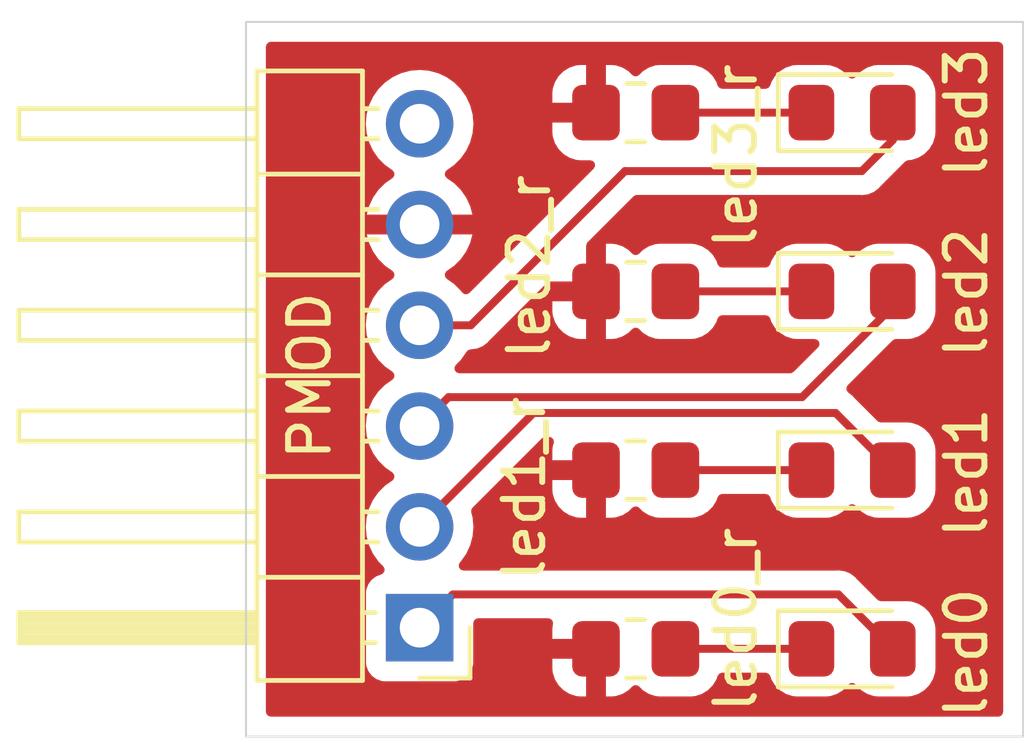
<source format=kicad_pcb>
(kicad_pcb (version 20221018) (generator pcbnew)
  (layers (0 "F.Cu" signal) (31 "B.Cu" signal) (34 "B.Paste" user) (35 "F.Paste" user) (36 "B.SilkS" user "B.Silkscreen") (37 "F.SilkS" user "F.Silkscreen") (38 "B.Mask" user) (39 "F.Mask" user) (44 "Edge.Cuts" user))
  (net 0 "")
  (net 1 "N$3")
  (net 2 "GND")
  (net 3 "N$4")
  (net 4 "N$5")
  (net 5 "N$7")
  (net 6 "N$1")
  (net 7 "VCC3V3")
  (net 8 "N$6")
  (net 9 "N$2")
  (net 10 "N$8")
  (footprint "R_0805_2012Metric_Pad1.20x1.40mm_HandSolder" (layer "F.Cu") (at 96.028 81.136066)
    (fp_text reference "led2_r" (at -2.683 -0.618066 -90) (layer "F.SilkS"))
    (fp_text value "270")
    (fp_line (start -0.227064 -0.735) (end 0.227064 -0.735) (stroke (width 0.12)) (layer "F.SilkS"))
    (fp_line (start -0.227064 0.735) (end 0.227064 0.735) (stroke (width 0.12)) (layer "F.SilkS"))
    (pad "1" smd roundrect (at -1 0) (size 1.2 1.4) (layers "F.Cu" "F.Paste" "F.Mask") (roundrect_rratio 0.208333) (net 2 "GND"))
    (pad "2" smd roundrect (at 1 0) (size 1.2 1.4) (layers "F.Cu" "F.Paste" "F.Mask") (roundrect_rratio 0.208333) (net 4 "N$5"))
  )
  (footprint "LED_0805_2012Metric_Pad1.15x1.40mm_HandSolder" (layer "F.Cu") (at 101.482 85.640332)
    (fp_text reference "led1" (at 2.8792 0.067734 90) (layer "F.SilkS"))
    (fp_text value "LED")
    (fp_line (start -1.86 -0.96) (end -1.86 0.96) (stroke (width 0.12)) (layer "F.SilkS"))
    (fp_line (start -1.86 0.96) (end 1 0.96) (stroke (width 0.12)) (layer "F.SilkS"))
    (fp_line (start 1 -0.96) (end -1.86 -0.96) (stroke (width 0.12)) (layer "F.SilkS"))
    (pad "1" smd roundrect (at -1.025 0) (size 1.15 1.4) (layers "F.Cu" "F.Paste" "F.Mask") (roundrect_rratio 0.217391) (net 1 "N$3"))
    (pad "2" smd roundrect (at 1.025 0) (size 1.15 1.4) (layers "F.Cu" "F.Paste" "F.Mask") (roundrect_rratio 0.217391) (net 3 "N$4"))
  )
  (footprint "LED_0805_2012Metric_Pad1.15x1.40mm_HandSolder" (layer "F.Cu") (at 101.482 90.1446)
    (fp_text reference "led0" (at 2.8792 0.1016 90) (layer "F.SilkS"))
    (fp_text value "LED")
    (fp_line (start -1.86 -0.96) (end -1.86 0.96) (stroke (width 0.12)) (layer "F.SilkS"))
    (fp_line (start -1.86 0.96) (end 1 0.96) (stroke (width 0.12)) (layer "F.SilkS"))
    (fp_line (start 1 -0.96) (end -1.86 -0.96) (stroke (width 0.12)) (layer "F.SilkS"))
    (pad "1" smd roundrect (at -1.025 0) (size 1.15 1.4) (layers "F.Cu" "F.Paste" "F.Mask") (roundrect_rratio 0.217391) (net 6 "N$1"))
    (pad "2" smd roundrect (at 1.025 0) (size 1.15 1.4) (layers "F.Cu" "F.Paste" "F.Mask") (roundrect_rratio 0.217391) (net 9 "N$2"))
  )
  (footprint "LED_0805_2012Metric_Pad1.15x1.40mm_HandSolder" (layer "F.Cu") (at 101.482 76.6318)
    (fp_text reference "led3" (at 2.8792 0 90) (layer "F.SilkS"))
    (fp_text value "LED")
    (fp_line (start -1.86 -0.96) (end -1.86 0.96) (stroke (width 0.12)) (layer "F.SilkS"))
    (fp_line (start -1.86 0.96) (end 1 0.96) (stroke (width 0.12)) (layer "F.SilkS"))
    (fp_line (start 1 -0.96) (end -1.86 -0.96) (stroke (width 0.12)) (layer "F.SilkS"))
    (pad "1" smd roundrect (at -1.025 0) (size 1.15 1.4) (layers "F.Cu" "F.Paste" "F.Mask") (roundrect_rratio 0.217391) (net 5 "N$7"))
    (pad "2" smd roundrect (at 1.025 0) (size 1.15 1.4) (layers "F.Cu" "F.Paste" "F.Mask") (roundrect_rratio 0.217391) (net 10 "N$8"))
  )
  (footprint "R_0805_2012Metric_Pad1.20x1.40mm_HandSolder" (layer "F.Cu") (at 96.028 85.640332)
    (fp_text reference "led1_r" (at -2.81 0.465668 90) (layer "F.SilkS"))
    (fp_text value "270")
    (fp_line (start -0.227064 -0.735) (end 0.227064 -0.735) (stroke (width 0.12)) (layer "F.SilkS"))
    (fp_line (start -0.227064 0.735) (end 0.227064 0.735) (stroke (width 0.12)) (layer "F.SilkS"))
    (pad "1" smd roundrect (at -1 0) (size 1.2 1.4) (layers "F.Cu" "F.Paste" "F.Mask") (roundrect_rratio 0.208333) (net 2 "GND"))
    (pad "2" smd roundrect (at 1 0) (size 1.2 1.4) (layers "F.Cu" "F.Paste" "F.Mask") (roundrect_rratio 0.208333) (net 1 "N$3"))
  )
  (footprint "LED_0805_2012Metric_Pad1.15x1.40mm_HandSolder" (layer "F.Cu") (at 101.482 81.136066)
    (fp_text reference "led2" (at 2.8792 0.033867 90) (layer "F.SilkS"))
    (fp_text value "LED")
    (fp_line (start -1.86 -0.96) (end -1.86 0.96) (stroke (width 0.12)) (layer "F.SilkS"))
    (fp_line (start -1.86 0.96) (end 1 0.96) (stroke (width 0.12)) (layer "F.SilkS"))
    (fp_line (start 1 -0.96) (end -1.86 -0.96) (stroke (width 0.12)) (layer "F.SilkS"))
    (pad "1" smd roundrect (at -1.025 0) (size 1.15 1.4) (layers "F.Cu" "F.Paste" "F.Mask") (roundrect_rratio 0.217391) (net 4 "N$5"))
    (pad "2" smd roundrect (at 1.025 0) (size 1.15 1.4) (layers "F.Cu" "F.Paste" "F.Mask") (roundrect_rratio 0.217391) (net 8 "N$6"))
  )
  (footprint "R_0805_2012Metric_Pad1.20x1.40mm_HandSolder" (layer "F.Cu") (at 96.028 90.1446)
    (fp_text reference "led0_r" (at 2.524 -0.7366 90) (layer "F.SilkS"))
    (fp_text value "270")
    (fp_line (start -0.227064 -0.735) (end 0.227064 -0.735) (stroke (width 0.12)) (layer "F.SilkS"))
    (fp_line (start -0.227064 0.735) (end 0.227064 0.735) (stroke (width 0.12)) (layer "F.SilkS"))
    (pad "1" smd roundrect (at -1 0) (size 1.2 1.4) (layers "F.Cu" "F.Paste" "F.Mask") (roundrect_rratio 0.208333) (net 2 "GND"))
    (pad "2" smd roundrect (at 1 0) (size 1.2 1.4) (layers "F.Cu" "F.Paste" "F.Mask") (roundrect_rratio 0.208333) (net 6 "N$1"))
  )
  (footprint "R_0805_2012Metric_Pad1.20x1.40mm_HandSolder" (layer "F.Cu") (at 96.028 76.6318)
    (fp_text reference "led3_r" (at 2.524 1.0922 90) (layer "F.SilkS"))
    (fp_text value "270")
    (fp_line (start -0.227064 -0.735) (end 0.227064 -0.735) (stroke (width 0.12)) (layer "F.SilkS"))
    (fp_line (start -0.227064 0.735) (end 0.227064 0.735) (stroke (width 0.12)) (layer "F.SilkS"))
    (pad "1" smd roundrect (at -1 0) (size 1.2 1.4) (layers "F.Cu" "F.Paste" "F.Mask") (roundrect_rratio 0.208333) (net 2 "GND"))
    (pad "2" smd roundrect (at 1 0) (size 1.2 1.4) (layers "F.Cu" "F.Paste" "F.Mask") (roundrect_rratio 0.208333) (net 5 "N$7"))
  )
  (footprint "PinHeader_1x06_P2.54mm_Horizontal" (layer "F.Cu") (at 90.5826 89.6112 180)
    (fp_text reference "PMOD" (at 2.77 6.35 90) (layer "F.SilkS"))
    (fp_text value "Conn_01x06")
    (fp_line (start -1.27 -1.27) (end 0 -1.27) (stroke (width 0.12)) (layer "F.SilkS"))
    (fp_line (start -1.27 0) (end -1.27 -1.27) (stroke (width 0.12)) (layer "F.SilkS"))
    (fp_line (start 1.042929 2.16) (end 1.44 2.16) (stroke (width 0.12)) (layer "F.SilkS"))
    (fp_line (start 1.042929 2.92) (end 1.44 2.92) (stroke (width 0.12)) (layer "F.SilkS"))
    (fp_line (start 1.042929 4.7) (end 1.44 4.7) (stroke (width 0.12)) (layer "F.SilkS"))
    (fp_line (start 1.042929 5.46) (end 1.44 5.46) (stroke (width 0.12)) (layer "F.SilkS"))
    (fp_line (start 1.042929 7.24) (end 1.44 7.24) (stroke (width 0.12)) (layer "F.SilkS"))
    (fp_line (start 1.042929 8) (end 1.44 8) (stroke (width 0.12)) (layer "F.SilkS"))
    (fp_line (start 1.042929 9.78) (end 1.44 9.78) (stroke (width 0.12)) (layer "F.SilkS"))
    (fp_line (start 1.042929 10.54) (end 1.44 10.54) (stroke (width 0.12)) (layer "F.SilkS"))
    (fp_line (start 1.042929 12.32) (end 1.44 12.32) (stroke (width 0.12)) (layer "F.SilkS"))
    (fp_line (start 1.042929 13.08) (end 1.44 13.08) (stroke (width 0.12)) (layer "F.SilkS"))
    (fp_line (start 1.11 -0.38) (end 1.44 -0.38) (stroke (width 0.12)) (layer "F.SilkS"))
    (fp_line (start 1.11 0.38) (end 1.44 0.38) (stroke (width 0.12)) (layer "F.SilkS"))
    (fp_line (start 1.44 -1.33) (end 1.44 14.03) (stroke (width 0.12)) (layer "F.SilkS"))
    (fp_line (start 1.44 1.27) (end 4.1 1.27) (stroke (width 0.12)) (layer "F.SilkS"))
    (fp_line (start 1.44 3.81) (end 4.1 3.81) (stroke (width 0.12)) (layer "F.SilkS"))
    (fp_line (start 1.44 6.35) (end 4.1 6.35) (stroke (width 0.12)) (layer "F.SilkS"))
    (fp_line (start 1.44 8.89) (end 4.1 8.89) (stroke (width 0.12)) (layer "F.SilkS"))
    (fp_line (start 1.44 11.43) (end 4.1 11.43) (stroke (width 0.12)) (layer "F.SilkS"))
    (fp_line (start 1.44 14.03) (end 4.1 14.03) (stroke (width 0.12)) (layer "F.SilkS"))
    (fp_line (start 4.1 -1.33) (end 1.44 -1.33) (stroke (width 0.12)) (layer "F.SilkS"))
    (fp_line (start 4.1 -0.38) (end 10.1 -0.38) (stroke (width 0.12)) (layer "F.SilkS"))
    (fp_line (start 4.1 -0.32) (end 10.1 -0.32) (stroke (width 0.12)) (layer "F.SilkS"))
    (fp_line (start 4.1 -0.2) (end 10.1 -0.2) (stroke (width 0.12)) (layer "F.SilkS"))
    (fp_line (start 4.1 -0.08) (end 10.1 -0.08) (stroke (width 0.12)) (layer "F.SilkS"))
    (fp_line (start 4.1 0.04) (end 10.1 0.04) (stroke (width 0.12)) (layer "F.SilkS"))
    (fp_line (start 4.1 0.16) (end 10.1 0.16) (stroke (width 0.12)) (layer "F.SilkS"))
    (fp_line (start 4.1 0.28) (end 10.1 0.28) (stroke (width 0.12)) (layer "F.SilkS"))
    (fp_line (start 4.1 2.16) (end 10.1 2.16) (stroke (width 0.12)) (layer "F.SilkS"))
    (fp_line (start 4.1 4.7) (end 10.1 4.7) (stroke (width 0.12)) (layer "F.SilkS"))
    (fp_line (start 4.1 7.24) (end 10.1 7.24) (stroke (width 0.12)) (layer "F.SilkS"))
    (fp_line (start 4.1 9.78) (end 10.1 9.78) (stroke (width 0.12)) (layer "F.SilkS"))
    (fp_line (start 4.1 12.32) (end 10.1 12.32) (stroke (width 0.12)) (layer "F.SilkS"))
    (fp_line (start 4.1 14.03) (end 4.1 -1.33) (stroke (width 0.12)) (layer "F.SilkS"))
    (fp_line (start 10.1 -0.38) (end 10.1 0.38) (stroke (width 0.12)) (layer "F.SilkS"))
    (fp_line (start 10.1 0.38) (end 4.1 0.38) (stroke (width 0.12)) (layer "F.SilkS"))
    (fp_line (start 10.1 2.16) (end 10.1 2.92) (stroke (width 0.12)) (layer "F.SilkS"))
    (fp_line (start 10.1 2.92) (end 4.1 2.92) (stroke (width 0.12)) (layer "F.SilkS"))
    (fp_line (start 10.1 4.7) (end 10.1 5.46) (stroke (width 0.12)) (layer "F.SilkS"))
    (fp_line (start 10.1 5.46) (end 4.1 5.46) (stroke (width 0.12)) (layer "F.SilkS"))
    (fp_line (start 10.1 7.24) (end 10.1 8) (stroke (width 0.12)) (layer "F.SilkS"))
    (fp_line (start 10.1 8) (end 4.1 8) (stroke (width 0.12)) (layer "F.SilkS"))
    (fp_line (start 10.1 9.78) (end 10.1 10.54) (stroke (width 0.12)) (layer "F.SilkS"))
    (fp_line (start 10.1 10.54) (end 4.1 10.54) (stroke (width 0.12)) (layer "F.SilkS"))
    (fp_line (start 10.1 12.32) (end 10.1 13.08) (stroke (width 0.12)) (layer "F.SilkS"))
    (fp_line (start 10.1 13.08) (end 4.1 13.08) (stroke (width 0.12)) (layer "F.SilkS"))
    (pad "1" thru_hole rect (at 0 0 180) (size 1.7 1.7) (drill 1) (layers "*.Cu" "*.Mask") (net 9 "N$2"))
    (pad "2" thru_hole oval (at 0 2.54 180) (size 1.7 1.7) (drill 1) (layers "*.Cu" "*.Mask") (net 3 "N$4"))
    (pad "3" thru_hole oval (at 0 5.08 180) (size 1.7 1.7) (drill 1) (layers "*.Cu" "*.Mask") (net 8 "N$6"))
    (pad "4" thru_hole oval (at 0 7.62 180) (size 1.7 1.7) (drill 1) (layers "*.Cu" "*.Mask") (net 10 "N$8"))
    (pad "5" thru_hole oval (at 0 10.16 180) (size 1.7 1.7) (drill 1) (layers "*.Cu" "*.Mask") (net 2 "GND"))
    (pad "6" thru_hole oval (at 0 12.7 180) (size 1.7 1.7) (drill 1) (layers "*.Cu" "*.Mask") (net 7 "VCC3V3"))
  )
  (gr_rect (start 86.2076 74.3458) (end 105.791 92.3544) (stroke (width 0.05)) (fill none) (layer "Edge.Cuts"))
  (segment (start 97.028 85.640332) (end 100.457 85.640332) (width 0.2) (layer "F.Cu") (net 1))
  (segment (start 101.067668 84.201) (end 93.4528 84.201) (width 0.2) (layer "F.Cu") (net 3))
  (segment (start 93.4528 84.201) (end 90.5826 87.0712) (width 0.2) (layer "F.Cu") (net 3))
  (segment (start 102.507 85.640332) (end 101.067668 84.201) (width 0.2) (layer "F.Cu") (net 3))
  (segment (start 100.457 81.136066) (end 97.028 81.136066) (width 0.2) (layer "F.Cu") (net 4))
  (segment (start 97.028 76.6318) (end 100.457 76.6318) (width 0.2) (layer "F.Cu") (net 5))
  (segment (start 97.028 90.1446) (end 100.457 90.1446) (width 0.2) (layer "F.Cu") (net 6))
  (segment (start 91.3128 83.801) (end 90.5826 84.5312) (width 0.2) (layer "F.Cu") (net 8))
  (segment (start 100.222 83.801) (end 91.3128 83.801) (width 0.2) (layer "F.Cu") (net 8))
  (segment (start 102.507 81.136066) (end 102.507 81.516) (width 0.2) (layer "F.Cu") (net 8))
  (segment (start 102.507 81.516) (end 100.222 83.801) (width 0.2) (layer "F.Cu") (net 8))
  (segment (start 101.1354 88.773) (end 102.507 90.1446) (width 0.2) (layer "F.Cu") (net 9))
  (segment (start 91.4208 88.773) (end 101.1354 88.773) (width 0.2) (layer "F.Cu") (net 9))
  (segment (start 90.5826 89.6112) (end 91.4208 88.773) (width 0.2) (layer "F.Cu") (net 9))
  (segment (start 91.8718 81.9912) (end 90.5826 81.9912) (width 0.2) (layer "F.Cu") (net 10))
  (segment (start 102.507 77.325) (end 101.727 78.105) (width 0.2) (layer "F.Cu") (net 10))
  (segment (start 102.507 76.6318) (end 102.507 77.325) (width 0.2) (layer "F.Cu") (net 10))
  (segment (start 95.758 78.105) (end 91.8718 81.9912) (width 0.2) (layer "F.Cu") (net 10))
  (segment (start 101.727 78.105) (end 95.758 78.105) (width 0.2) (layer "F.Cu") (net 10))
  (zone (net 2) (net_name "GND") (layer "F.Cu") (connect_pads (clearance 0.5)) (min_thickness 0.25) (fill yes (thermal_gap 0.5) (thermal_bridge_width 0.5))
    (polygon (pts (xy 86.233 74.422) (xy 105.791 74.422) (xy 105.791 92.202) (xy 86.106 92.202)))
  )
)
</source>
